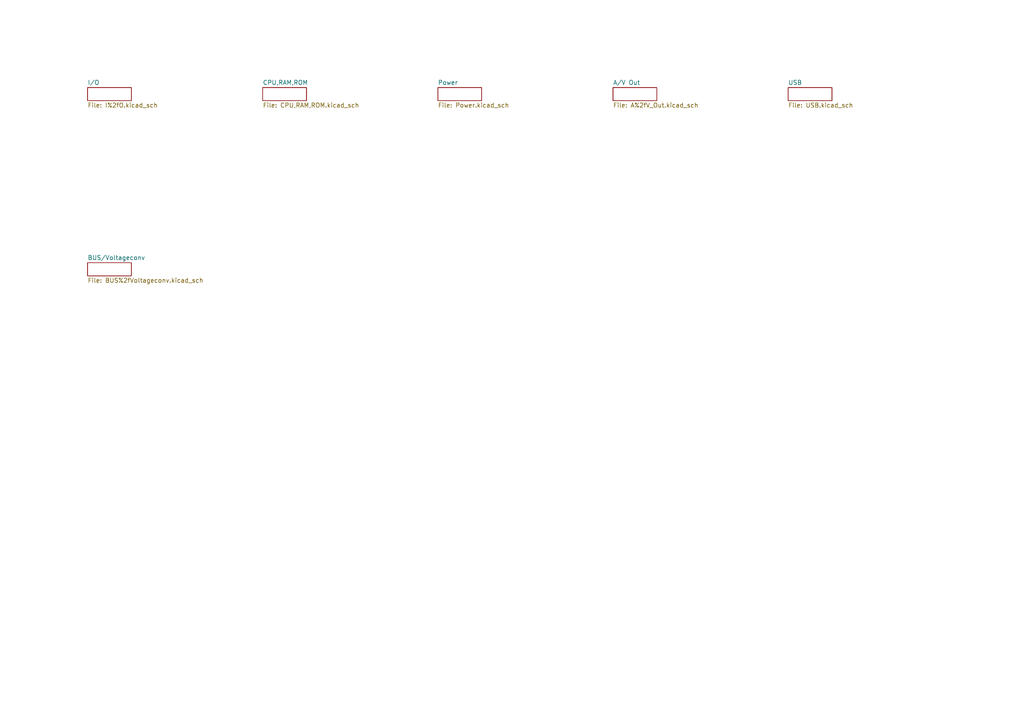
<source format=kicad_sch>
(kicad_sch
	(version 20231120)
	(generator "eeschema")
	(generator_version "8.0")
	(uuid "d690d13f-2f18-4476-a6d5-736cfe9a0ec3")
	(paper "A4")
	(lib_symbols)
	(sheet
		(at 25.4 76.2)
		(size 12.7 3.81)
		(fields_autoplaced yes)
		(stroke
			(width 0)
			(type solid)
		)
		(fill
			(color 0 0 0 0.0000)
		)
		(uuid "32a99757-5f9f-4e25-9bd3-798cabfe9057")
		(property "Sheetname" "BUS/Voltageconv"
			(at 25.4 75.4884 0)
			(effects
				(font
					(size 1.27 1.27)
				)
				(justify left bottom)
			)
		)
		(property "Sheetfile" "BUS%2fVoltageconv.kicad_sch"
			(at 25.4 80.5946 0)
			(effects
				(font
					(size 1.27 1.27)
				)
				(justify left top)
			)
		)
		(instances
			(project "micropet_v3"
				(path "/d690d13f-2f18-4476-a6d5-736cfe9a0ec3"
					(page "6")
				)
			)
		)
	)
	(sheet
		(at 25.4 25.4)
		(size 12.7 3.81)
		(fields_autoplaced yes)
		(stroke
			(width 0)
			(type solid)
		)
		(fill
			(color 0 0 0 0.0000)
		)
		(uuid "40afcc8b-eafe-4576-bdd0-9763391f63cc")
		(property "Sheetname" "I/O"
			(at 25.4 24.6884 0)
			(effects
				(font
					(size 1.27 1.27)
				)
				(justify left bottom)
			)
		)
		(property "Sheetfile" "I%2fO.kicad_sch"
			(at 25.4 29.7946 0)
			(effects
				(font
					(size 1.27 1.27)
				)
				(justify left top)
			)
		)
		(instances
			(project "micropet_v3"
				(path "/d690d13f-2f18-4476-a6d5-736cfe9a0ec3"
					(page "1")
				)
			)
		)
	)
	(sheet
		(at 76.2 25.4)
		(size 12.7 3.81)
		(fields_autoplaced yes)
		(stroke
			(width 0)
			(type solid)
		)
		(fill
			(color 0 0 0 0.0000)
		)
		(uuid "639fa420-e06b-458b-b950-7bf4abf1f8a6")
		(property "Sheetname" "CPU,RAM,ROM"
			(at 76.2 24.6884 0)
			(effects
				(font
					(size 1.27 1.27)
				)
				(justify left bottom)
			)
		)
		(property "Sheetfile" "CPU,RAM,ROM.kicad_sch"
			(at 76.2 29.7946 0)
			(effects
				(font
					(size 1.27 1.27)
				)
				(justify left top)
			)
		)
		(instances
			(project "micropet_v3"
				(path "/d690d13f-2f18-4476-a6d5-736cfe9a0ec3"
					(page "2")
				)
			)
		)
	)
	(sheet
		(at 127 25.4)
		(size 12.7 3.81)
		(fields_autoplaced yes)
		(stroke
			(width 0)
			(type solid)
		)
		(fill
			(color 0 0 0 0.0000)
		)
		(uuid "7d48da10-24dc-4b74-b30d-5aaab7cfb0c3")
		(property "Sheetname" "Power"
			(at 127 24.6884 0)
			(effects
				(font
					(size 1.27 1.27)
				)
				(justify left bottom)
			)
		)
		(property "Sheetfile" "Power.kicad_sch"
			(at 127 29.7946 0)
			(effects
				(font
					(size 1.27 1.27)
				)
				(justify left top)
			)
		)
		(instances
			(project "micropet_v3"
				(path "/d690d13f-2f18-4476-a6d5-736cfe9a0ec3"
					(page "3")
				)
			)
		)
	)
	(sheet
		(at 228.6 25.4)
		(size 12.7 3.81)
		(fields_autoplaced yes)
		(stroke
			(width 0)
			(type solid)
		)
		(fill
			(color 0 0 0 0.0000)
		)
		(uuid "8ad7fd1b-1328-4339-ad35-d21e50c9b90b")
		(property "Sheetname" "USB"
			(at 228.6 24.6884 0)
			(effects
				(font
					(size 1.27 1.27)
				)
				(justify left bottom)
			)
		)
		(property "Sheetfile" "USB.kicad_sch"
			(at 228.6 29.7946 0)
			(effects
				(font
					(size 1.27 1.27)
				)
				(justify left top)
			)
		)
		(instances
			(project "micropet_v3"
				(path "/d690d13f-2f18-4476-a6d5-736cfe9a0ec3"
					(page "5")
				)
			)
		)
	)
	(sheet
		(at 177.8 25.4)
		(size 12.7 3.81)
		(fields_autoplaced yes)
		(stroke
			(width 0)
			(type solid)
		)
		(fill
			(color 0 0 0 0.0000)
		)
		(uuid "cc5c915a-c2a7-4cf5-92a1-dac49395dedd")
		(property "Sheetname" "A/V Out"
			(at 177.8 24.6884 0)
			(effects
				(font
					(size 1.27 1.27)
				)
				(justify left bottom)
			)
		)
		(property "Sheetfile" "A%2fV_Out.kicad_sch"
			(at 177.8 29.7946 0)
			(effects
				(font
					(size 1.27 1.27)
				)
				(justify left top)
			)
		)
		(instances
			(project "micropet_v3"
				(path "/d690d13f-2f18-4476-a6d5-736cfe9a0ec3"
					(page "4")
				)
			)
		)
	)
	(sheet_instances
		(path "/"
			(page "1")
		)
	)
)

</source>
